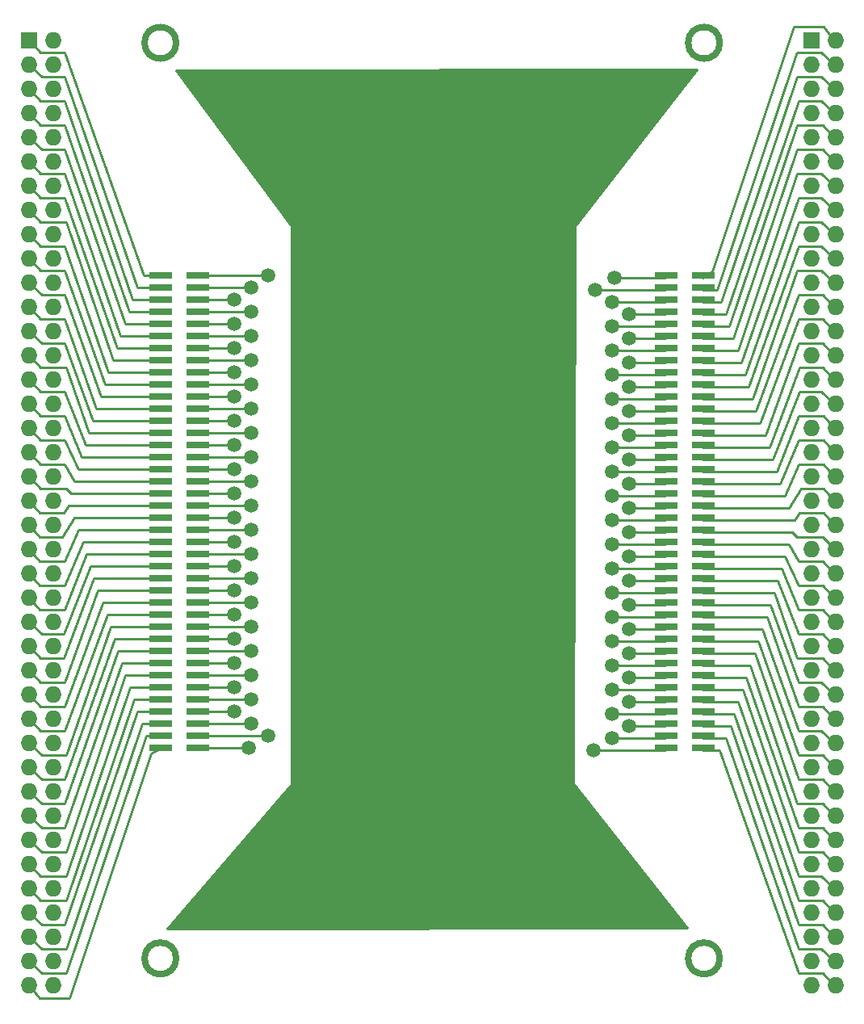
<source format=gbr>
G04 #@! TF.FileFunction,Copper,L1,Top,Signal*
%FSLAX46Y46*%
G04 Gerber Fmt 4.6, Leading zero omitted, Abs format (unit mm)*
G04 Created by KiCad (PCBNEW (2015-08-03 BZR 6041)-product) date Thu 09 Jun 2016 21:10:09 CEST*
%MOMM*%
G01*
G04 APERTURE LIST*
%ADD10C,0.100000*%
%ADD11C,0.381000*%
%ADD12R,2.400300X0.759460*%
%ADD13R,1.727200X1.727200*%
%ADD14O,1.727200X1.727200*%
%ADD15C,1.500000*%
%ADD16C,0.250000*%
%ADD17C,0.254000*%
G04 APERTURE END LIST*
D10*
D11*
X173838480Y-62500000D02*
G75*
G03X173838480Y-62500000I-1529080J0D01*
G01*
X174100100Y-62500000D02*
G75*
G03X174100100Y-62500000I-1790700J0D01*
G01*
X116838480Y-62500000D02*
G75*
G03X116838480Y-62500000I-1529080J0D01*
G01*
X117100100Y-62500000D02*
G75*
G03X117100100Y-62500000I-1790700J0D01*
G01*
X173838480Y-158490000D02*
G75*
G03X173838480Y-158490000I-1529080J0D01*
G01*
X174100100Y-158490000D02*
G75*
G03X174100100Y-158490000I-1790700J0D01*
G01*
X116838480Y-158490000D02*
G75*
G03X116838480Y-158490000I-1529080J0D01*
G01*
X117100100Y-158490000D02*
G75*
G03X117100100Y-158490000I-1790700J0D01*
G01*
D12*
X172214900Y-117348000D03*
X168316000Y-117348000D03*
X172214900Y-116078000D03*
X168316000Y-116078000D03*
X172214900Y-114808000D03*
X168316000Y-114808000D03*
X172214900Y-113538000D03*
X168316000Y-113538000D03*
X172214900Y-112268000D03*
X168316000Y-112268000D03*
X168316000Y-118618000D03*
X172214900Y-118618000D03*
X168316000Y-119888000D03*
X172214900Y-119888000D03*
X168316000Y-121158000D03*
X172214900Y-121158000D03*
X168316000Y-122428000D03*
X172214900Y-122428000D03*
X168316000Y-123698000D03*
X172214900Y-123698000D03*
X172214900Y-136398000D03*
X168316000Y-136398000D03*
X172214900Y-135128000D03*
X168316000Y-135128000D03*
X172214900Y-133858000D03*
X168316000Y-133858000D03*
X172214900Y-132588000D03*
X168316000Y-132588000D03*
X172214900Y-131318000D03*
X168316000Y-131318000D03*
X168316000Y-124968000D03*
X172214900Y-124968000D03*
X168316000Y-126238000D03*
X172214900Y-126238000D03*
X168316000Y-127508000D03*
X172214900Y-127508000D03*
X168316000Y-128778000D03*
X172214900Y-128778000D03*
X168316000Y-130048000D03*
X172214900Y-130048000D03*
X172214900Y-104648000D03*
X168316000Y-104648000D03*
X172214900Y-103378000D03*
X168316000Y-103378000D03*
X172214900Y-102108000D03*
X168316000Y-102108000D03*
X172214900Y-100838000D03*
X168316000Y-100838000D03*
X172214900Y-99568000D03*
X168316000Y-99568000D03*
X168316000Y-105918000D03*
X172214900Y-105918000D03*
X168316000Y-107188000D03*
X172214900Y-107188000D03*
X168316000Y-108458000D03*
X172214900Y-108458000D03*
X168316000Y-109728000D03*
X172214900Y-109728000D03*
X168316000Y-110998000D03*
X172214900Y-110998000D03*
X172214900Y-98298000D03*
X168316000Y-98298000D03*
X172214900Y-97028000D03*
X168316000Y-97028000D03*
X172214900Y-95758000D03*
X168316000Y-95758000D03*
X172214900Y-94488000D03*
X168316000Y-94488000D03*
X172214900Y-93218000D03*
X168316000Y-93218000D03*
X168316000Y-86868000D03*
X172214900Y-86868000D03*
X168316000Y-88138000D03*
X172214900Y-88138000D03*
X168316000Y-89408000D03*
X172214900Y-89408000D03*
X168316000Y-90678000D03*
X172214900Y-90678000D03*
X168316000Y-91948000D03*
X172214900Y-91948000D03*
X119214900Y-117348000D03*
X115316000Y-117348000D03*
X119214900Y-116078000D03*
X115316000Y-116078000D03*
X119214900Y-114808000D03*
X115316000Y-114808000D03*
X119214900Y-113538000D03*
X115316000Y-113538000D03*
X119214900Y-112268000D03*
X115316000Y-112268000D03*
X115316000Y-118618000D03*
X119214900Y-118618000D03*
X115316000Y-119888000D03*
X119214900Y-119888000D03*
X115316000Y-121158000D03*
X119214900Y-121158000D03*
X115316000Y-122428000D03*
X119214900Y-122428000D03*
X115316000Y-123698000D03*
X119214900Y-123698000D03*
X119214900Y-136398000D03*
X115316000Y-136398000D03*
X119214900Y-135128000D03*
X115316000Y-135128000D03*
X119214900Y-133858000D03*
X115316000Y-133858000D03*
X119214900Y-132588000D03*
X115316000Y-132588000D03*
X119214900Y-131318000D03*
X115316000Y-131318000D03*
X115316000Y-124968000D03*
X119214900Y-124968000D03*
X115316000Y-126238000D03*
X119214900Y-126238000D03*
X115316000Y-127508000D03*
X119214900Y-127508000D03*
X115316000Y-128778000D03*
X119214900Y-128778000D03*
X115316000Y-130048000D03*
X119214900Y-130048000D03*
X119214900Y-104648000D03*
X115316000Y-104648000D03*
X119214900Y-103378000D03*
X115316000Y-103378000D03*
X119214900Y-102108000D03*
X115316000Y-102108000D03*
X119214900Y-100838000D03*
X115316000Y-100838000D03*
X119214900Y-99568000D03*
X115316000Y-99568000D03*
X115316000Y-105918000D03*
X119214900Y-105918000D03*
X115316000Y-107188000D03*
X119214900Y-107188000D03*
X115316000Y-108458000D03*
X119214900Y-108458000D03*
X115316000Y-109728000D03*
X119214900Y-109728000D03*
X115316000Y-110998000D03*
X119214900Y-110998000D03*
X119214900Y-98298000D03*
X115316000Y-98298000D03*
X119214900Y-97028000D03*
X115316000Y-97028000D03*
X119214900Y-95758000D03*
X115316000Y-95758000D03*
X119214900Y-94488000D03*
X115316000Y-94488000D03*
X119214900Y-93218000D03*
X115316000Y-93218000D03*
X115316000Y-86868000D03*
X119214900Y-86868000D03*
X115316000Y-88138000D03*
X119214900Y-88138000D03*
X115316000Y-89408000D03*
X119214900Y-89408000D03*
X115316000Y-90678000D03*
X119214900Y-90678000D03*
X115316000Y-91948000D03*
X119214900Y-91948000D03*
D13*
X183560000Y-62230000D03*
D14*
X186100000Y-62230000D03*
X183560000Y-64770000D03*
X186100000Y-64770000D03*
X183560000Y-67310000D03*
X186100000Y-67310000D03*
X183560000Y-69850000D03*
X186100000Y-69850000D03*
X183560000Y-72390000D03*
X186100000Y-72390000D03*
X183560000Y-74930000D03*
X186100000Y-74930000D03*
X183560000Y-77470000D03*
X186100000Y-77470000D03*
X183560000Y-80010000D03*
X186100000Y-80010000D03*
X183560000Y-82550000D03*
X186100000Y-82550000D03*
X183560000Y-85090000D03*
X186100000Y-85090000D03*
X183560000Y-87630000D03*
X186100000Y-87630000D03*
X183560000Y-90170000D03*
X186100000Y-90170000D03*
X183560000Y-92710000D03*
X186100000Y-92710000D03*
X183560000Y-95250000D03*
X186100000Y-95250000D03*
X183560000Y-97790000D03*
X186100000Y-97790000D03*
X183560000Y-100330000D03*
X186100000Y-100330000D03*
X183560000Y-102870000D03*
X186100000Y-102870000D03*
X183560000Y-105410000D03*
X186100000Y-105410000D03*
X183560000Y-107950000D03*
X186100000Y-107950000D03*
X183560000Y-110490000D03*
X186100000Y-110490000D03*
X183560000Y-113030000D03*
X186100000Y-113030000D03*
X183560000Y-115570000D03*
X186100000Y-115570000D03*
X183560000Y-118110000D03*
X186100000Y-118110000D03*
X183560000Y-120650000D03*
X186100000Y-120650000D03*
X183560000Y-123190000D03*
X186100000Y-123190000D03*
X183560000Y-125730000D03*
X186100000Y-125730000D03*
X183560000Y-128270000D03*
X186100000Y-128270000D03*
X183560000Y-130810000D03*
X186100000Y-130810000D03*
X183560000Y-133350000D03*
X186100000Y-133350000D03*
X183560000Y-135890000D03*
X186100000Y-135890000D03*
X183560000Y-138430000D03*
X186100000Y-138430000D03*
X183560000Y-140970000D03*
X186100000Y-140970000D03*
X183560000Y-143510000D03*
X186100000Y-143510000D03*
X183560000Y-146050000D03*
X186100000Y-146050000D03*
X183560000Y-148590000D03*
X186100000Y-148590000D03*
X183560000Y-151130000D03*
X186100000Y-151130000D03*
X183560000Y-153670000D03*
X186100000Y-153670000D03*
X183560000Y-156210000D03*
X186100000Y-156210000D03*
X183560000Y-158750000D03*
X186100000Y-158750000D03*
X183560000Y-161290000D03*
X186100000Y-161290000D03*
D13*
X101520000Y-62230000D03*
D14*
X104060000Y-62230000D03*
X101520000Y-64770000D03*
X104060000Y-64770000D03*
X101520000Y-67310000D03*
X104060000Y-67310000D03*
X101520000Y-69850000D03*
X104060000Y-69850000D03*
X101520000Y-72390000D03*
X104060000Y-72390000D03*
X101520000Y-74930000D03*
X104060000Y-74930000D03*
X101520000Y-77470000D03*
X104060000Y-77470000D03*
X101520000Y-80010000D03*
X104060000Y-80010000D03*
X101520000Y-82550000D03*
X104060000Y-82550000D03*
X101520000Y-85090000D03*
X104060000Y-85090000D03*
X101520000Y-87630000D03*
X104060000Y-87630000D03*
X101520000Y-90170000D03*
X104060000Y-90170000D03*
X101520000Y-92710000D03*
X104060000Y-92710000D03*
X101520000Y-95250000D03*
X104060000Y-95250000D03*
X101520000Y-97790000D03*
X104060000Y-97790000D03*
X101520000Y-100330000D03*
X104060000Y-100330000D03*
X101520000Y-102870000D03*
X104060000Y-102870000D03*
X101520000Y-105410000D03*
X104060000Y-105410000D03*
X101520000Y-107950000D03*
X104060000Y-107950000D03*
X101520000Y-110490000D03*
X104060000Y-110490000D03*
X101520000Y-113030000D03*
X104060000Y-113030000D03*
X101520000Y-115570000D03*
X104060000Y-115570000D03*
X101520000Y-118110000D03*
X104060000Y-118110000D03*
X101520000Y-120650000D03*
X104060000Y-120650000D03*
X101520000Y-123190000D03*
X104060000Y-123190000D03*
X101520000Y-125730000D03*
X104060000Y-125730000D03*
X101520000Y-128270000D03*
X104060000Y-128270000D03*
X101520000Y-130810000D03*
X104060000Y-130810000D03*
X101520000Y-133350000D03*
X104060000Y-133350000D03*
X101520000Y-135890000D03*
X104060000Y-135890000D03*
X101520000Y-138430000D03*
X104060000Y-138430000D03*
X101520000Y-140970000D03*
X104060000Y-140970000D03*
X101520000Y-143510000D03*
X104060000Y-143510000D03*
X101520000Y-146050000D03*
X104060000Y-146050000D03*
X101520000Y-148590000D03*
X104060000Y-148590000D03*
X101520000Y-151130000D03*
X104060000Y-151130000D03*
X101520000Y-153670000D03*
X104060000Y-153670000D03*
X101520000Y-156210000D03*
X104060000Y-156210000D03*
X101520000Y-158750000D03*
X104060000Y-158750000D03*
X101520000Y-161290000D03*
X104060000Y-161290000D03*
D15*
X162643500Y-117597000D03*
X164421500Y-116327000D03*
X162643500Y-115057000D03*
X164421500Y-113787000D03*
X162643500Y-112517000D03*
X164421500Y-118867000D03*
X162643500Y-120137000D03*
X164421500Y-121407000D03*
X162643500Y-122677000D03*
X164421500Y-123947000D03*
X160738500Y-136647000D03*
X162643500Y-135377000D03*
X164421500Y-134107000D03*
X162643500Y-132837000D03*
X164421500Y-131567000D03*
X162643500Y-125217000D03*
X164421500Y-126487000D03*
X162643500Y-127757000D03*
X164421500Y-129027000D03*
X162643500Y-130297000D03*
X162643500Y-104897000D03*
X164421500Y-103627000D03*
X162643500Y-102357000D03*
X164421500Y-101087000D03*
X162643500Y-99817000D03*
X164421500Y-106167000D03*
X162643500Y-107437000D03*
X164421500Y-108707000D03*
X162643500Y-109977000D03*
X164421500Y-111247000D03*
X164421500Y-98547000D03*
X162643500Y-97277000D03*
X164421500Y-96007000D03*
X162643500Y-94737000D03*
X164421500Y-93467000D03*
X162897500Y-87117000D03*
X160865500Y-88387000D03*
X162643500Y-89657000D03*
X164421500Y-90927000D03*
X162643500Y-92197000D03*
X123083000Y-91943000D03*
X124861000Y-116073000D03*
X123083000Y-114803000D03*
X124861000Y-113533000D03*
X123083000Y-112263000D03*
X124861000Y-118613000D03*
X123083000Y-119883000D03*
X124861000Y-121153000D03*
X123083000Y-122423000D03*
X124861000Y-123693000D03*
X124607000Y-136393000D03*
X126639000Y-135123000D03*
X124861000Y-133853000D03*
X123083000Y-132583000D03*
X124861000Y-131313000D03*
X123083000Y-124963000D03*
X124861000Y-126233000D03*
X123083000Y-127503000D03*
X124861000Y-128773000D03*
X123083000Y-130043000D03*
X123083000Y-104643000D03*
X124861000Y-103373000D03*
X123083000Y-102103000D03*
X124861000Y-100833000D03*
X123083000Y-99563000D03*
X124861000Y-105913000D03*
X123083000Y-107183000D03*
X124861000Y-108453000D03*
X123083000Y-109723000D03*
X124861000Y-110993000D03*
X124861000Y-98293000D03*
X123083000Y-97023000D03*
X124861000Y-95753000D03*
X123083000Y-94483000D03*
X126639000Y-86863000D03*
X124861000Y-88133000D03*
X123083000Y-89403000D03*
X124861000Y-90673000D03*
X123083000Y-117343000D03*
X124861000Y-93213000D03*
D16*
X174982500Y-92192000D02*
X182094500Y-71110000D01*
X172188500Y-92192000D02*
X174982500Y-92192000D01*
X182094500Y-71110000D02*
X184761500Y-71110000D01*
X184761500Y-71110000D02*
X185984500Y-72380000D01*
X165076500Y-117592000D02*
X168289600Y-117592000D01*
X162648500Y-117592000D02*
X162643500Y-117597000D01*
X165076500Y-117592000D02*
X162648500Y-117592000D01*
X185984500Y-120640000D02*
X185984500Y-120593000D01*
X185984500Y-120640000D02*
X185984500Y-120339000D01*
X184761500Y-119370000D02*
X182221500Y-119370000D01*
X182221500Y-119370000D02*
X180824500Y-116322000D01*
X180824500Y-116322000D02*
X172188500Y-116322000D01*
X185984500Y-120640000D02*
X184761500Y-119370000D01*
X165076500Y-116322000D02*
X168289600Y-116322000D01*
X164426500Y-116322000D02*
X165076500Y-116322000D01*
X164421500Y-116327000D02*
X164426500Y-116322000D01*
X185984500Y-118100000D02*
X185984500Y-117926000D01*
X184761500Y-116830000D02*
X182221500Y-116830000D01*
X182221500Y-116830000D02*
X181205500Y-115052000D01*
X181205500Y-115052000D02*
X172188500Y-115052000D01*
X185984500Y-118100000D02*
X184761500Y-116830000D01*
X162643500Y-115057000D02*
X162648500Y-115052000D01*
X162648500Y-115052000D02*
X162643500Y-115057000D01*
X165076500Y-115052000D02*
X168289600Y-115052000D01*
X162648500Y-115052000D02*
X165076500Y-115052000D01*
X181586500Y-113782000D02*
X172188500Y-113782000D01*
X182094500Y-114290000D02*
X181586500Y-113782000D01*
X184761500Y-114290000D02*
X182094500Y-114290000D01*
X185984500Y-115513000D02*
X184761500Y-114290000D01*
X185984500Y-115560000D02*
X185984500Y-115513000D01*
X164426500Y-113782000D02*
X164421500Y-113787000D01*
X165076500Y-113782000D02*
X168289600Y-113782000D01*
X164426500Y-113782000D02*
X165076500Y-113782000D01*
X185984500Y-113020000D02*
X185984500Y-112846000D01*
X184888500Y-111750000D02*
X182348500Y-111750000D01*
X182348500Y-111750000D02*
X181840500Y-112512000D01*
X181840500Y-112512000D02*
X172188500Y-112512000D01*
X185984500Y-113020000D02*
X184888500Y-111750000D01*
X165076500Y-112512000D02*
X168289600Y-112512000D01*
X162648500Y-112512000D02*
X162643500Y-112517000D01*
X165076500Y-112512000D02*
X162648500Y-112512000D01*
X164426500Y-118862000D02*
X164421500Y-118867000D01*
X165076500Y-118862000D02*
X168289600Y-118862000D01*
X164426500Y-118862000D02*
X165076500Y-118862000D01*
X185984500Y-125720000D02*
X185984500Y-125673000D01*
X185984500Y-125720000D02*
X185904500Y-125720000D01*
X184761500Y-124450000D02*
X182221500Y-124450000D01*
X182221500Y-124450000D02*
X180062500Y-118862000D01*
X180062500Y-118862000D02*
X172188500Y-118862000D01*
X185984500Y-125720000D02*
X184761500Y-124450000D01*
X162648500Y-120132000D02*
X162643500Y-120137000D01*
X162648500Y-120132000D02*
X162643500Y-120137000D01*
X165076500Y-120132000D02*
X168289600Y-120132000D01*
X162648500Y-120132000D02*
X165076500Y-120132000D01*
X185984500Y-128260000D02*
X185984500Y-128213000D01*
X184761500Y-126990000D02*
X182094500Y-126990000D01*
X182094500Y-126990000D02*
X179681500Y-120132000D01*
X179681500Y-120132000D02*
X172188500Y-120132000D01*
X185984500Y-128260000D02*
X184761500Y-126990000D01*
X165076500Y-121402000D02*
X168289600Y-121402000D01*
X164426500Y-121402000D02*
X165076500Y-121402000D01*
X164421500Y-121407000D02*
X164426500Y-121402000D01*
X185984500Y-130800000D02*
X185904500Y-130800000D01*
X185984500Y-130800000D02*
X185984500Y-130753000D01*
X184634500Y-129530000D02*
X182221500Y-129530000D01*
X182221500Y-129530000D02*
X179300500Y-121402000D01*
X179300500Y-121402000D02*
X172188500Y-121402000D01*
X185984500Y-130800000D02*
X184634500Y-129530000D01*
X162643500Y-122677000D02*
X162648500Y-122672000D01*
X162648500Y-122672000D02*
X162643500Y-122677000D01*
X165076500Y-122672000D02*
X168289600Y-122672000D01*
X162648500Y-122672000D02*
X165076500Y-122672000D01*
X185984500Y-133340000D02*
X185904500Y-133340000D01*
X185984500Y-133340000D02*
X185984500Y-133166000D01*
X184761500Y-132070000D02*
X182221500Y-132070000D01*
X182221500Y-132070000D02*
X178919500Y-122672000D01*
X178919500Y-122672000D02*
X172188500Y-122672000D01*
X185984500Y-133340000D02*
X184761500Y-132070000D01*
X164426500Y-123942000D02*
X164421500Y-123947000D01*
X165076500Y-123942000D02*
X168289600Y-123942000D01*
X164426500Y-123942000D02*
X165076500Y-123942000D01*
X185984500Y-135880000D02*
X185984500Y-135833000D01*
X184634500Y-134610000D02*
X182221500Y-134610000D01*
X182221500Y-134610000D02*
X178411500Y-123942000D01*
X178411500Y-123942000D02*
X172188500Y-123942000D01*
X185984500Y-135880000D02*
X184634500Y-134610000D01*
X184761500Y-160010000D02*
X182221500Y-160010000D01*
X185984500Y-161280000D02*
X184761500Y-160010000D01*
X182221500Y-160010000D02*
X173966500Y-136642000D01*
X173966500Y-136642000D02*
X172188500Y-136642000D01*
X161139500Y-136642000D02*
X168289600Y-136642000D01*
X160738500Y-136647000D02*
X160743500Y-136642000D01*
X184634500Y-157470000D02*
X182221500Y-157470000D01*
X185984500Y-158740000D02*
X184634500Y-157470000D01*
X182221500Y-157470000D02*
X174601500Y-135372000D01*
X174601500Y-135372000D02*
X172188500Y-135372000D01*
X162643500Y-135377000D02*
X168289600Y-135372000D01*
X184761500Y-154930000D02*
X182221500Y-154930000D01*
X182221500Y-154930000D02*
X175109500Y-134102000D01*
X175109500Y-134102000D02*
X172188500Y-134102000D01*
X185984500Y-156200000D02*
X184761500Y-154930000D01*
X164426500Y-134102000D02*
X164421500Y-134107000D01*
X164441500Y-134102000D02*
X168289600Y-134102000D01*
X164426500Y-134102000D02*
X164441500Y-134102000D01*
X184761500Y-152390000D02*
X182221500Y-152390000D01*
X182221500Y-152390000D02*
X175490500Y-132832000D01*
X175490500Y-132832000D02*
X172188500Y-132832000D01*
X185984500Y-153660000D02*
X184761500Y-152390000D01*
X162643500Y-132837000D02*
X162648500Y-132832000D01*
X162648500Y-132832000D02*
X162643500Y-132837000D01*
X165076500Y-132832000D02*
X168289600Y-132832000D01*
X162648500Y-132832000D02*
X165076500Y-132832000D01*
X184634500Y-149850000D02*
X182221500Y-149850000D01*
X182221500Y-149850000D02*
X175871500Y-131562000D01*
X175871500Y-131562000D02*
X172188500Y-131562000D01*
X185984500Y-151120000D02*
X184634500Y-149850000D01*
X165076500Y-131562000D02*
X168289600Y-131562000D01*
X164426500Y-131562000D02*
X165076500Y-131562000D01*
X164421500Y-131567000D02*
X164426500Y-131562000D01*
X165183500Y-125212000D02*
X168289600Y-125212000D01*
X165076500Y-125212000D02*
X165183500Y-125212000D01*
X162643500Y-125217000D02*
X162648500Y-125212000D01*
X162648500Y-125212000D02*
X162643500Y-125217000D01*
X165183500Y-125212000D02*
X162648500Y-125212000D01*
X185984500Y-138420000D02*
X185984500Y-138373000D01*
X184761500Y-137150000D02*
X182221500Y-137150000D01*
X182221500Y-137150000D02*
X178030500Y-125212000D01*
X178030500Y-125212000D02*
X172188500Y-125212000D01*
X185984500Y-138420000D02*
X184761500Y-137150000D01*
X165076500Y-126482000D02*
X168289600Y-126482000D01*
X164426500Y-126482000D02*
X165076500Y-126482000D01*
X164421500Y-126487000D02*
X164426500Y-126482000D01*
X184761500Y-139690000D02*
X182221500Y-139690000D01*
X182221500Y-139690000D02*
X177649500Y-126482000D01*
X177649500Y-126482000D02*
X172188500Y-126482000D01*
X185984500Y-140960000D02*
X184761500Y-139690000D01*
X162643500Y-127757000D02*
X162648500Y-127752000D01*
X162648500Y-127752000D02*
X162643500Y-127757000D01*
X165076500Y-127752000D02*
X168289600Y-127752000D01*
X162648500Y-127752000D02*
X165076500Y-127752000D01*
X184761500Y-142230000D02*
X184634500Y-142230000D01*
X184634500Y-142230000D02*
X182094500Y-142230000D01*
X182094500Y-142230000D02*
X177141500Y-127752000D01*
X177141500Y-127752000D02*
X172188500Y-127752000D01*
X185984500Y-143500000D02*
X184761500Y-142230000D01*
X164426500Y-129022000D02*
X164421500Y-129027000D01*
X165076500Y-129022000D02*
X168289600Y-129022000D01*
X164426500Y-129022000D02*
X165076500Y-129022000D01*
X184761500Y-144770000D02*
X182221500Y-144770000D01*
X182221500Y-144770000D02*
X176760500Y-129022000D01*
X176760500Y-129022000D02*
X172188500Y-129022000D01*
X185984500Y-146040000D02*
X184761500Y-144770000D01*
X165076500Y-130292000D02*
X168289600Y-130292000D01*
X162648500Y-130292000D02*
X162643500Y-130297000D01*
X165076500Y-130292000D02*
X162648500Y-130292000D01*
X184761500Y-147310000D02*
X182221500Y-147310000D01*
X182221500Y-147310000D02*
X176379500Y-130292000D01*
X176379500Y-130292000D02*
X172188500Y-130292000D01*
X185984500Y-148580000D02*
X184761500Y-147310000D01*
X185984500Y-97780000D02*
X185984500Y-97606000D01*
X184761500Y-96510000D02*
X182348500Y-96510000D01*
X182348500Y-96510000D02*
X179173500Y-104892000D01*
X179173500Y-104892000D02*
X172188500Y-104892000D01*
X185984500Y-97780000D02*
X184761500Y-96510000D01*
X165076500Y-104892000D02*
X168289600Y-104892000D01*
X162648500Y-104892000D02*
X165076500Y-104892000D01*
X162643500Y-104897000D02*
X162648500Y-104892000D01*
X185984500Y-95240000D02*
X185984500Y-95066000D01*
X184761500Y-93970000D02*
X182221500Y-93970000D01*
X182221500Y-93970000D02*
X178792500Y-103622000D01*
X178792500Y-103622000D02*
X172188500Y-103622000D01*
X185984500Y-95240000D02*
X184761500Y-93970000D01*
X164426500Y-103622000D02*
X164421500Y-103627000D01*
X165076500Y-103622000D02*
X168289600Y-103622000D01*
X164426500Y-103622000D02*
X165076500Y-103622000D01*
X184761500Y-91430000D02*
X182221500Y-91430000D01*
X182221500Y-91430000D02*
X178284500Y-102225000D01*
X178284500Y-102225000D02*
X178157500Y-102352000D01*
X178157500Y-102352000D02*
X172188500Y-102352000D01*
X185984500Y-92700000D02*
X184761500Y-91430000D01*
X162648500Y-102352000D02*
X162643500Y-102357000D01*
X165076500Y-102352000D02*
X168289600Y-102352000D01*
X162648500Y-102352000D02*
X165076500Y-102352000D01*
X184761500Y-88890000D02*
X182221500Y-88890000D01*
X182221500Y-88890000D02*
X177776500Y-101082000D01*
X177776500Y-101082000D02*
X172188500Y-101082000D01*
X185984500Y-90160000D02*
X184761500Y-88890000D01*
X165076500Y-101082000D02*
X168289600Y-101082000D01*
X164426500Y-101082000D02*
X165076500Y-101082000D01*
X164421500Y-101087000D02*
X164426500Y-101082000D01*
X184634500Y-86350000D02*
X182094500Y-86350000D01*
X182094500Y-86350000D02*
X177395500Y-99812000D01*
X177395500Y-99812000D02*
X177395500Y-99812000D01*
X177395500Y-99812000D02*
X172188500Y-99812000D01*
X185984500Y-87620000D02*
X184634500Y-86350000D01*
X165076500Y-99812000D02*
X168289600Y-99812000D01*
X162648500Y-99812000D02*
X165076500Y-99812000D01*
X162643500Y-99817000D02*
X162648500Y-99812000D01*
X165076500Y-106162000D02*
X168289600Y-106162000D01*
X164426500Y-106162000D02*
X165076500Y-106162000D01*
X164421500Y-106167000D02*
X164426500Y-106162000D01*
X185984500Y-100320000D02*
X185984500Y-100146000D01*
X184634500Y-99050000D02*
X182348500Y-99050000D01*
X182348500Y-99050000D02*
X179554500Y-106162000D01*
X179554500Y-106162000D02*
X172188500Y-106162000D01*
X185984500Y-100320000D02*
X184634500Y-99050000D01*
X165076500Y-107432000D02*
X168289600Y-107432000D01*
X162648500Y-107432000D02*
X162643500Y-107437000D01*
X165076500Y-107432000D02*
X162648500Y-107432000D01*
X185984500Y-102860000D02*
X185984500Y-102686000D01*
X184888500Y-101590000D02*
X182221500Y-101590000D01*
X182221500Y-101590000D02*
X179935500Y-107432000D01*
X179935500Y-107432000D02*
X172188500Y-107432000D01*
X185984500Y-102860000D02*
X184888500Y-101590000D01*
X164426500Y-108702000D02*
X164421500Y-108707000D01*
X165076500Y-108702000D02*
X168289600Y-108702000D01*
X164426500Y-108702000D02*
X165076500Y-108702000D01*
X185984500Y-105400000D02*
X185984500Y-105226000D01*
X184888500Y-104130000D02*
X182221500Y-104130000D01*
X182221500Y-104130000D02*
X180316500Y-108702000D01*
X180316500Y-108702000D02*
X172188500Y-108702000D01*
X185984500Y-105400000D02*
X184888500Y-104130000D01*
X162643500Y-109977000D02*
X162648500Y-109972000D01*
X162648500Y-109972000D02*
X162643500Y-109977000D01*
X165076500Y-109972000D02*
X168289600Y-109972000D01*
X162648500Y-109972000D02*
X165076500Y-109972000D01*
X185984500Y-107940000D02*
X185984500Y-107639000D01*
X184888500Y-106670000D02*
X182602500Y-106670000D01*
X182602500Y-106670000D02*
X182221500Y-106670000D01*
X182221500Y-106670000D02*
X180824500Y-109972000D01*
X180824500Y-109972000D02*
X172188500Y-109972000D01*
X185984500Y-107940000D02*
X184888500Y-106670000D01*
X165076500Y-111242000D02*
X168289600Y-111242000D01*
X164426500Y-111242000D02*
X165076500Y-111242000D01*
X164421500Y-111247000D02*
X164426500Y-111242000D01*
X185984500Y-110480000D02*
X185984500Y-110433000D01*
X184888500Y-109210000D02*
X182475500Y-109210000D01*
X182475500Y-109210000D02*
X181205500Y-111242000D01*
X181205500Y-111242000D02*
X172188500Y-111242000D01*
X185984500Y-110480000D02*
X184888500Y-109210000D01*
X177014500Y-98542000D02*
X182221500Y-83810000D01*
X182221500Y-83810000D02*
X184634500Y-83810000D01*
X184634500Y-83810000D02*
X185984500Y-85080000D01*
X172188500Y-98542000D02*
X177014500Y-98542000D01*
X165076500Y-98542000D02*
X168289600Y-98542000D01*
X164426500Y-98542000D02*
X165076500Y-98542000D01*
X164421500Y-98547000D02*
X164426500Y-98542000D01*
X176633500Y-97272000D02*
X182221500Y-81270000D01*
X182221500Y-81270000D02*
X184634500Y-81270000D01*
X184634500Y-81270000D02*
X185984500Y-82540000D01*
X172188500Y-97272000D02*
X176633500Y-97272000D01*
X162648500Y-97272000D02*
X162643500Y-97277000D01*
X165076500Y-97272000D02*
X168289600Y-97272000D01*
X162648500Y-97272000D02*
X165076500Y-97272000D01*
X176252500Y-96002000D02*
X182221500Y-78730000D01*
X182221500Y-78730000D02*
X184634500Y-78730000D01*
X184634500Y-78730000D02*
X185984500Y-80000000D01*
X172188500Y-96002000D02*
X176252500Y-96002000D01*
X164426500Y-96002000D02*
X164421500Y-96007000D01*
X165076500Y-96002000D02*
X168289600Y-96002000D01*
X164426500Y-96002000D02*
X165076500Y-96002000D01*
X175871500Y-94732000D02*
X182094500Y-76190000D01*
X182094500Y-76190000D02*
X184634500Y-76190000D01*
X184634500Y-76190000D02*
X185984500Y-77460000D01*
X172188500Y-94732000D02*
X175871500Y-94732000D01*
X165076500Y-94732000D02*
X168289600Y-94732000D01*
X162648500Y-94732000D02*
X165076500Y-94732000D01*
X162643500Y-94737000D02*
X162648500Y-94732000D01*
X164426500Y-93462000D02*
X164421500Y-93467000D01*
X165076500Y-93462000D02*
X168289600Y-93462000D01*
X164426500Y-93462000D02*
X165076500Y-93462000D01*
X162897500Y-87117000D02*
X162902500Y-87112000D01*
X162902500Y-87112000D02*
X162897500Y-87117000D01*
X163425500Y-87112000D02*
X168289600Y-87112000D01*
X162902500Y-87112000D02*
X163425500Y-87112000D01*
X173204500Y-86477000D02*
X181713500Y-60823000D01*
X181713500Y-60823000D02*
X184888500Y-60823000D01*
X184888500Y-60823000D02*
X185984500Y-62220000D01*
X172188500Y-87112000D02*
X173204500Y-86477000D01*
X160870500Y-88382000D02*
X160865500Y-88387000D01*
X164060500Y-88382000D02*
X168289600Y-88382000D01*
X160870500Y-88382000D02*
X164060500Y-88382000D01*
X173712500Y-88382000D02*
X182018300Y-63718600D01*
X182018300Y-63718600D02*
X182094500Y-63490000D01*
X182094500Y-63490000D02*
X184634500Y-63490000D01*
X184634500Y-63490000D02*
X185984500Y-64760000D01*
X172188500Y-88382000D02*
X173712500Y-88382000D01*
X164568500Y-89652000D02*
X168289600Y-89652000D01*
X162648500Y-89652000D02*
X164568500Y-89652000D01*
X162643500Y-89657000D02*
X162648500Y-89652000D01*
X174093500Y-89652000D02*
X182094500Y-66030000D01*
X182094500Y-66030000D02*
X184634500Y-66030000D01*
X184634500Y-66030000D02*
X185984500Y-67300000D01*
X172188500Y-89652000D02*
X174093500Y-89652000D01*
X164426500Y-90922000D02*
X164421500Y-90927000D01*
X165076500Y-90922000D02*
X168289600Y-90922000D01*
X164426500Y-90922000D02*
X165076500Y-90922000D01*
X174601500Y-90922000D02*
X182221500Y-68570000D01*
X172188500Y-90922000D02*
X174601500Y-90922000D01*
X182221500Y-68570000D02*
X184634500Y-68570000D01*
X184634500Y-68570000D02*
X185984500Y-69840000D01*
X162648500Y-92192000D02*
X162643500Y-92197000D01*
X165076500Y-92192000D02*
X168289600Y-92192000D01*
X162648500Y-92192000D02*
X165076500Y-92192000D01*
X123083000Y-91943000D02*
X123078000Y-91948000D01*
X123078000Y-91948000D02*
X122428000Y-91948000D01*
X122428000Y-91948000D02*
X119214900Y-91948000D01*
X101520000Y-123190000D02*
X102870000Y-124460000D01*
X107950000Y-117348000D02*
X115316000Y-117348000D01*
X105156000Y-124460000D02*
X107950000Y-117348000D01*
X102870000Y-124460000D02*
X105156000Y-124460000D01*
X101520000Y-123190000D02*
X101520000Y-123364000D01*
X122428000Y-116078000D02*
X124856000Y-116078000D01*
X124856000Y-116078000D02*
X124861000Y-116073000D01*
X122428000Y-116078000D02*
X119214900Y-116078000D01*
X101520000Y-120650000D02*
X102616000Y-121920000D01*
X107569000Y-116078000D02*
X115316000Y-116078000D01*
X105283000Y-121920000D02*
X107569000Y-116078000D01*
X102616000Y-121920000D02*
X105283000Y-121920000D01*
X101520000Y-120650000D02*
X101520000Y-120824000D01*
X123078000Y-114808000D02*
X122428000Y-114808000D01*
X122428000Y-114808000D02*
X119214900Y-114808000D01*
X123078000Y-114808000D02*
X123083000Y-114803000D01*
X101520000Y-118110000D02*
X102616000Y-119380000D01*
X107188000Y-114808000D02*
X115316000Y-114808000D01*
X105283000Y-119380000D02*
X107188000Y-114808000D01*
X102616000Y-119380000D02*
X105283000Y-119380000D01*
X101520000Y-118110000D02*
X101520000Y-118284000D01*
X124856000Y-113538000D02*
X122428000Y-113538000D01*
X122428000Y-113538000D02*
X119214900Y-113538000D01*
X124856000Y-113538000D02*
X124861000Y-113533000D01*
X124861000Y-113533000D02*
X124856000Y-113538000D01*
X101520000Y-115570000D02*
X102616000Y-116840000D01*
X106680000Y-113538000D02*
X115316000Y-113538000D01*
X105283000Y-116840000D02*
X106680000Y-113538000D01*
X104902000Y-116840000D02*
X105283000Y-116840000D01*
X102616000Y-116840000D02*
X104902000Y-116840000D01*
X101520000Y-115570000D02*
X101520000Y-115871000D01*
X123083000Y-112263000D02*
X123078000Y-112268000D01*
X123078000Y-112268000D02*
X122428000Y-112268000D01*
X122428000Y-112268000D02*
X119214900Y-112268000D01*
X101520000Y-113030000D02*
X102616000Y-114300000D01*
X106299000Y-112268000D02*
X115316000Y-112268000D01*
X105029000Y-114300000D02*
X106299000Y-112268000D01*
X102616000Y-114300000D02*
X105029000Y-114300000D01*
X101520000Y-113030000D02*
X101520000Y-113077000D01*
X101520000Y-125730000D02*
X102743000Y-127000000D01*
X108331000Y-118618000D02*
X115316000Y-118618000D01*
X105156000Y-127000000D02*
X108331000Y-118618000D01*
X102743000Y-127000000D02*
X105156000Y-127000000D01*
X101520000Y-125730000D02*
X101520000Y-125904000D01*
X124861000Y-118613000D02*
X124856000Y-118618000D01*
X124856000Y-118618000D02*
X122428000Y-118618000D01*
X122428000Y-118618000D02*
X119214900Y-118618000D01*
X101520000Y-128270000D02*
X102743000Y-129540000D01*
X108712000Y-119888000D02*
X115316000Y-119888000D01*
X105283000Y-129540000D02*
X108712000Y-119888000D01*
X102743000Y-129540000D02*
X105283000Y-129540000D01*
X101520000Y-128270000D02*
X101520000Y-128444000D01*
X123078000Y-119888000D02*
X122428000Y-119888000D01*
X122428000Y-119888000D02*
X119214900Y-119888000D01*
X123078000Y-119888000D02*
X123083000Y-119883000D01*
X101520000Y-130810000D02*
X102743000Y-132080000D01*
X109347000Y-121158000D02*
X115316000Y-121158000D01*
X109220000Y-121285000D02*
X109347000Y-121158000D01*
X105283000Y-132080000D02*
X109220000Y-121285000D01*
X102743000Y-132080000D02*
X105283000Y-132080000D01*
X124856000Y-121158000D02*
X122428000Y-121158000D01*
X122428000Y-121158000D02*
X119214900Y-121158000D01*
X124856000Y-121158000D02*
X124861000Y-121153000D01*
X101520000Y-133350000D02*
X102743000Y-134620000D01*
X109728000Y-122428000D02*
X115316000Y-122428000D01*
X105283000Y-134620000D02*
X109728000Y-122428000D01*
X102743000Y-134620000D02*
X105283000Y-134620000D01*
X123083000Y-122423000D02*
X123078000Y-122428000D01*
X123078000Y-122428000D02*
X122428000Y-122428000D01*
X122428000Y-122428000D02*
X119214900Y-122428000D01*
X101520000Y-135890000D02*
X102870000Y-137160000D01*
X110109000Y-123698000D02*
X115316000Y-123698000D01*
X110109000Y-123698000D02*
X110109000Y-123698000D01*
X105410000Y-137160000D02*
X110109000Y-123698000D01*
X102870000Y-137160000D02*
X105410000Y-137160000D01*
X124861000Y-123693000D02*
X124856000Y-123698000D01*
X124856000Y-123698000D02*
X122428000Y-123698000D01*
X122428000Y-123698000D02*
X119214900Y-123698000D01*
X124602000Y-136398000D02*
X124079000Y-136398000D01*
X124079000Y-136398000D02*
X119214900Y-136398000D01*
X124602000Y-136398000D02*
X124607000Y-136393000D01*
X124607000Y-136393000D02*
X124602000Y-136398000D01*
X115316000Y-136398000D02*
X114300000Y-137033000D01*
X102616000Y-162687000D02*
X101520000Y-161290000D01*
X105791000Y-162687000D02*
X102616000Y-162687000D01*
X114300000Y-137033000D02*
X105791000Y-162687000D01*
X126634000Y-135128000D02*
X123444000Y-135128000D01*
X123444000Y-135128000D02*
X119214900Y-135128000D01*
X126634000Y-135128000D02*
X126639000Y-135123000D01*
X115316000Y-135128000D02*
X113792000Y-135128000D01*
X102870000Y-160020000D02*
X101520000Y-158750000D01*
X105410000Y-160020000D02*
X102870000Y-160020000D01*
X105486200Y-159791400D02*
X105410000Y-160020000D01*
X113792000Y-135128000D02*
X105486200Y-159791400D01*
X124861000Y-133853000D02*
X124856000Y-133858000D01*
X124856000Y-133858000D02*
X122936000Y-133858000D01*
X122936000Y-133858000D02*
X119214900Y-133858000D01*
X115316000Y-133858000D02*
X113411000Y-133858000D01*
X102870000Y-157480000D02*
X101520000Y-156210000D01*
X105410000Y-157480000D02*
X102870000Y-157480000D01*
X113411000Y-133858000D02*
X105410000Y-157480000D01*
X123078000Y-132588000D02*
X122428000Y-132588000D01*
X122428000Y-132588000D02*
X119214900Y-132588000D01*
X123078000Y-132588000D02*
X123083000Y-132583000D01*
X115316000Y-132588000D02*
X112903000Y-132588000D01*
X102870000Y-154940000D02*
X101520000Y-153670000D01*
X105283000Y-154940000D02*
X102870000Y-154940000D01*
X112903000Y-132588000D02*
X105283000Y-154940000D01*
X124856000Y-131318000D02*
X122428000Y-131318000D01*
X122428000Y-131318000D02*
X119214900Y-131318000D01*
X124856000Y-131318000D02*
X124861000Y-131313000D01*
X115316000Y-131318000D02*
X112522000Y-131318000D01*
X102743000Y-152400000D02*
X101520000Y-151130000D01*
X105410000Y-152400000D02*
X102743000Y-152400000D01*
X112522000Y-131318000D02*
X105410000Y-152400000D01*
X115316000Y-124968000D02*
X110490000Y-124968000D01*
X102870000Y-139700000D02*
X101520000Y-138430000D01*
X105283000Y-139700000D02*
X102870000Y-139700000D01*
X110490000Y-124968000D02*
X105283000Y-139700000D01*
X123083000Y-124963000D02*
X123078000Y-124968000D01*
X123078000Y-124968000D02*
X122428000Y-124968000D01*
X122428000Y-124968000D02*
X119214900Y-124968000D01*
X115316000Y-126238000D02*
X110871000Y-126238000D01*
X102870000Y-142240000D02*
X101520000Y-140970000D01*
X105283000Y-142240000D02*
X102870000Y-142240000D01*
X110871000Y-126238000D02*
X105283000Y-142240000D01*
X124856000Y-126238000D02*
X122428000Y-126238000D01*
X122428000Y-126238000D02*
X119214900Y-126238000D01*
X124856000Y-126238000D02*
X124861000Y-126233000D01*
X115316000Y-127508000D02*
X111252000Y-127508000D01*
X102870000Y-144780000D02*
X101520000Y-143510000D01*
X105283000Y-144780000D02*
X102870000Y-144780000D01*
X111252000Y-127508000D02*
X105283000Y-144780000D01*
X123078000Y-127508000D02*
X122428000Y-127508000D01*
X122428000Y-127508000D02*
X119214900Y-127508000D01*
X123078000Y-127508000D02*
X123083000Y-127503000D01*
X115316000Y-128778000D02*
X111633000Y-128778000D01*
X102870000Y-147320000D02*
X101520000Y-146050000D01*
X105410000Y-147320000D02*
X102870000Y-147320000D01*
X111633000Y-128778000D02*
X105410000Y-147320000D01*
X124861000Y-128773000D02*
X124856000Y-128778000D01*
X124856000Y-128778000D02*
X122428000Y-128778000D01*
X122428000Y-128778000D02*
X119214900Y-128778000D01*
X115316000Y-130048000D02*
X112141000Y-130048000D01*
X102743000Y-149860000D02*
X101520000Y-148590000D01*
X105410000Y-149860000D02*
X102743000Y-149860000D01*
X112141000Y-130048000D02*
X105410000Y-149860000D01*
X123078000Y-130048000D02*
X122428000Y-130048000D01*
X122428000Y-130048000D02*
X119214900Y-130048000D01*
X123078000Y-130048000D02*
X123083000Y-130043000D01*
X123078000Y-104648000D02*
X122428000Y-104648000D01*
X122428000Y-104648000D02*
X119214900Y-104648000D01*
X123078000Y-104648000D02*
X123083000Y-104643000D01*
X101520000Y-97790000D02*
X102743000Y-99060000D01*
X107442000Y-104648000D02*
X115316000Y-104648000D01*
X105283000Y-99060000D02*
X107442000Y-104648000D01*
X102743000Y-99060000D02*
X105283000Y-99060000D01*
X101520000Y-97790000D02*
X101600000Y-97790000D01*
X101520000Y-97790000D02*
X101520000Y-97837000D01*
X124856000Y-103378000D02*
X122428000Y-103378000D01*
X122428000Y-103378000D02*
X119214900Y-103378000D01*
X124856000Y-103378000D02*
X124861000Y-103373000D01*
X124856000Y-103378000D02*
X124861000Y-103373000D01*
X101520000Y-95250000D02*
X102743000Y-96520000D01*
X107823000Y-103378000D02*
X115316000Y-103378000D01*
X105410000Y-96520000D02*
X107823000Y-103378000D01*
X102743000Y-96520000D02*
X105410000Y-96520000D01*
X101520000Y-95250000D02*
X101520000Y-95297000D01*
X123083000Y-102103000D02*
X123078000Y-102108000D01*
X123078000Y-102108000D02*
X122428000Y-102108000D01*
X122428000Y-102108000D02*
X119214900Y-102108000D01*
X101520000Y-92710000D02*
X102870000Y-93980000D01*
X108204000Y-102108000D02*
X115316000Y-102108000D01*
X105283000Y-93980000D02*
X108204000Y-102108000D01*
X102870000Y-93980000D02*
X105283000Y-93980000D01*
X101520000Y-92710000D02*
X101520000Y-92757000D01*
X101520000Y-92710000D02*
X101600000Y-92710000D01*
X124856000Y-100838000D02*
X122428000Y-100838000D01*
X122428000Y-100838000D02*
X119214900Y-100838000D01*
X124856000Y-100838000D02*
X124861000Y-100833000D01*
X124861000Y-100833000D02*
X124856000Y-100838000D01*
X101520000Y-90170000D02*
X102743000Y-91440000D01*
X108585000Y-100838000D02*
X115316000Y-100838000D01*
X105283000Y-91440000D02*
X108585000Y-100838000D01*
X102743000Y-91440000D02*
X105283000Y-91440000D01*
X101520000Y-90170000D02*
X101520000Y-90344000D01*
X101520000Y-90170000D02*
X101600000Y-90170000D01*
X123078000Y-99568000D02*
X122428000Y-99568000D01*
X122428000Y-99568000D02*
X119214900Y-99568000D01*
X123078000Y-99568000D02*
X123083000Y-99563000D01*
X101520000Y-87630000D02*
X102870000Y-88900000D01*
X109093000Y-99568000D02*
X115316000Y-99568000D01*
X105283000Y-88900000D02*
X109093000Y-99568000D01*
X102870000Y-88900000D02*
X105283000Y-88900000D01*
X101520000Y-87630000D02*
X101520000Y-87677000D01*
X101520000Y-100330000D02*
X102743000Y-101600000D01*
X107061000Y-105918000D02*
X115316000Y-105918000D01*
X105283000Y-101600000D02*
X107061000Y-105918000D01*
X102743000Y-101600000D02*
X105283000Y-101600000D01*
X101520000Y-100330000D02*
X101520000Y-100377000D01*
X101520000Y-100330000D02*
X101600000Y-100330000D01*
X122428000Y-105918000D02*
X124856000Y-105918000D01*
X124856000Y-105918000D02*
X124861000Y-105913000D01*
X122428000Y-105918000D02*
X119214900Y-105918000D01*
X101520000Y-102870000D02*
X102743000Y-104140000D01*
X106680000Y-107188000D02*
X115316000Y-107188000D01*
X105283000Y-104140000D02*
X106680000Y-107188000D01*
X102743000Y-104140000D02*
X105283000Y-104140000D01*
X101520000Y-102870000D02*
X101520000Y-103171000D01*
X101520000Y-102870000D02*
X101520000Y-102917000D01*
X123083000Y-107183000D02*
X123078000Y-107188000D01*
X123078000Y-107188000D02*
X122428000Y-107188000D01*
X122428000Y-107188000D02*
X119214900Y-107188000D01*
X101520000Y-105410000D02*
X102743000Y-106680000D01*
X106299000Y-108458000D02*
X115316000Y-108458000D01*
X105283000Y-106680000D02*
X106299000Y-108458000D01*
X102743000Y-106680000D02*
X105283000Y-106680000D01*
X101520000Y-105410000D02*
X101520000Y-105584000D01*
X124856000Y-108458000D02*
X122428000Y-108458000D01*
X122428000Y-108458000D02*
X119214900Y-108458000D01*
X124856000Y-108458000D02*
X124861000Y-108453000D01*
X124861000Y-108453000D02*
X124856000Y-108458000D01*
X101520000Y-107950000D02*
X101520000Y-107997000D01*
X101520000Y-107997000D02*
X102743000Y-109220000D01*
X102743000Y-109220000D02*
X105410000Y-109220000D01*
X105410000Y-109220000D02*
X105918000Y-109728000D01*
X105918000Y-109728000D02*
X115316000Y-109728000D01*
X123078000Y-109728000D02*
X122428000Y-109728000D01*
X122428000Y-109728000D02*
X119214900Y-109728000D01*
X123078000Y-109728000D02*
X123083000Y-109723000D01*
X101520000Y-110490000D02*
X102616000Y-111760000D01*
X105664000Y-110998000D02*
X115316000Y-110998000D01*
X105156000Y-111760000D02*
X105664000Y-110998000D01*
X102616000Y-111760000D02*
X105156000Y-111760000D01*
X101520000Y-110490000D02*
X101520000Y-110664000D01*
X122428000Y-110998000D02*
X124856000Y-110998000D01*
X124856000Y-110998000D02*
X124861000Y-110993000D01*
X122428000Y-110998000D02*
X119214900Y-110998000D01*
X122321000Y-98298000D02*
X124856000Y-98298000D01*
X124856000Y-98298000D02*
X124861000Y-98293000D01*
X124861000Y-98293000D02*
X124856000Y-98298000D01*
X122428000Y-98298000D02*
X122321000Y-98298000D01*
X122321000Y-98298000D02*
X119214900Y-98298000D01*
X101520000Y-85090000D02*
X102743000Y-86360000D01*
X109474000Y-98298000D02*
X115316000Y-98298000D01*
X105283000Y-86360000D02*
X109474000Y-98298000D01*
X102743000Y-86360000D02*
X105283000Y-86360000D01*
X101520000Y-85090000D02*
X101520000Y-85137000D01*
X123083000Y-97023000D02*
X123078000Y-97028000D01*
X123078000Y-97028000D02*
X122428000Y-97028000D01*
X122428000Y-97028000D02*
X119214900Y-97028000D01*
X101520000Y-82550000D02*
X102743000Y-83820000D01*
X109855000Y-97028000D02*
X115316000Y-97028000D01*
X105283000Y-83820000D02*
X109855000Y-97028000D01*
X102743000Y-83820000D02*
X105283000Y-83820000D01*
X124856000Y-95758000D02*
X122428000Y-95758000D01*
X122428000Y-95758000D02*
X119214900Y-95758000D01*
X124856000Y-95758000D02*
X124861000Y-95753000D01*
X124861000Y-95753000D02*
X124856000Y-95758000D01*
X101520000Y-80010000D02*
X102743000Y-81280000D01*
X110363000Y-95758000D02*
X115316000Y-95758000D01*
X105410000Y-81280000D02*
X110363000Y-95758000D01*
X102870000Y-81280000D02*
X105410000Y-81280000D01*
X102743000Y-81280000D02*
X102870000Y-81280000D01*
X123078000Y-94488000D02*
X122428000Y-94488000D01*
X122428000Y-94488000D02*
X119214900Y-94488000D01*
X123078000Y-94488000D02*
X123083000Y-94483000D01*
X101520000Y-77470000D02*
X102743000Y-78740000D01*
X110744000Y-94488000D02*
X115316000Y-94488000D01*
X105283000Y-78740000D02*
X110744000Y-94488000D01*
X102743000Y-78740000D02*
X105283000Y-78740000D01*
X101520000Y-74930000D02*
X102743000Y-76200000D01*
X111125000Y-93218000D02*
X115316000Y-93218000D01*
X105283000Y-76200000D02*
X111125000Y-93218000D01*
X102743000Y-76200000D02*
X105283000Y-76200000D01*
X101520000Y-62230000D02*
X102743000Y-63500000D01*
X113538000Y-86868000D02*
X115316000Y-86868000D01*
X105283000Y-63500000D02*
X113538000Y-86868000D01*
X102743000Y-63500000D02*
X105283000Y-63500000D01*
X126639000Y-86863000D02*
X126634000Y-86868000D01*
X126238000Y-86868000D02*
X119214900Y-86868000D01*
X101520000Y-64770000D02*
X102870000Y-66040000D01*
X112903000Y-88138000D02*
X115316000Y-88138000D01*
X105283000Y-66040000D02*
X112903000Y-88138000D01*
X102870000Y-66040000D02*
X105283000Y-66040000D01*
X124861000Y-88133000D02*
X119214900Y-88138000D01*
X101520000Y-67310000D02*
X102743000Y-68580000D01*
X112395000Y-89408000D02*
X115316000Y-89408000D01*
X105283000Y-68580000D02*
X112395000Y-89408000D01*
X102743000Y-68580000D02*
X105283000Y-68580000D01*
X123078000Y-89408000D02*
X123063000Y-89408000D01*
X123063000Y-89408000D02*
X119214900Y-89408000D01*
X123078000Y-89408000D02*
X123083000Y-89403000D01*
X101520000Y-69850000D02*
X102743000Y-71120000D01*
X112014000Y-90678000D02*
X115316000Y-90678000D01*
X105283000Y-71120000D02*
X112014000Y-90678000D01*
X102743000Y-71120000D02*
X105283000Y-71120000D01*
X124856000Y-90678000D02*
X122428000Y-90678000D01*
X122428000Y-90678000D02*
X119214900Y-90678000D01*
X124856000Y-90678000D02*
X124861000Y-90673000D01*
X124861000Y-90673000D02*
X124856000Y-90678000D01*
X101520000Y-72390000D02*
X102870000Y-73660000D01*
X111633000Y-91948000D02*
X115316000Y-91948000D01*
X105283000Y-73660000D02*
X111633000Y-91948000D01*
X102870000Y-73660000D02*
X105283000Y-73660000D01*
X185984500Y-123180000D02*
X185904500Y-123180000D01*
X185984500Y-123180000D02*
X185984500Y-123133000D01*
X184761500Y-121910000D02*
X182221500Y-121910000D01*
X182221500Y-121910000D02*
X180443500Y-117592000D01*
X180443500Y-117592000D02*
X172188500Y-117592000D01*
X185984500Y-123180000D02*
X184761500Y-121910000D01*
X123083000Y-117343000D02*
X123078000Y-117348000D01*
X123078000Y-117348000D02*
X122428000Y-117348000D01*
X122428000Y-117348000D02*
X119214900Y-117348000D01*
X175363500Y-93462000D02*
X182094500Y-73650000D01*
X182094500Y-73650000D02*
X184761500Y-73650000D01*
X184761500Y-73650000D02*
X185984500Y-74920000D01*
X172188500Y-93462000D02*
X175363500Y-93462000D01*
X122428000Y-93218000D02*
X124856000Y-93218000D01*
X124856000Y-93218000D02*
X124861000Y-93213000D01*
X122428000Y-93218000D02*
X119214900Y-93218000D01*
D17*
G36*
X158776882Y-81709863D02*
X158754370Y-81754971D01*
X158750000Y-81787723D01*
X158623000Y-140080723D01*
X158632898Y-140130155D01*
X158650167Y-140159501D01*
X170548365Y-155290841D01*
X116019341Y-155341144D01*
X129021290Y-140222308D01*
X129045921Y-140178322D01*
X129052000Y-140139500D01*
X129052000Y-81783000D01*
X129041994Y-81733590D01*
X129027029Y-81707375D01*
X116917553Y-65370023D01*
X171565212Y-65324019D01*
X158776882Y-81709863D01*
X158776882Y-81709863D01*
G37*
X158776882Y-81709863D02*
X158754370Y-81754971D01*
X158750000Y-81787723D01*
X158623000Y-140080723D01*
X158632898Y-140130155D01*
X158650167Y-140159501D01*
X170548365Y-155290841D01*
X116019341Y-155341144D01*
X129021290Y-140222308D01*
X129045921Y-140178322D01*
X129052000Y-140139500D01*
X129052000Y-81783000D01*
X129041994Y-81733590D01*
X129027029Y-81707375D01*
X116917553Y-65370023D01*
X171565212Y-65324019D01*
X158776882Y-81709863D01*
M02*

</source>
